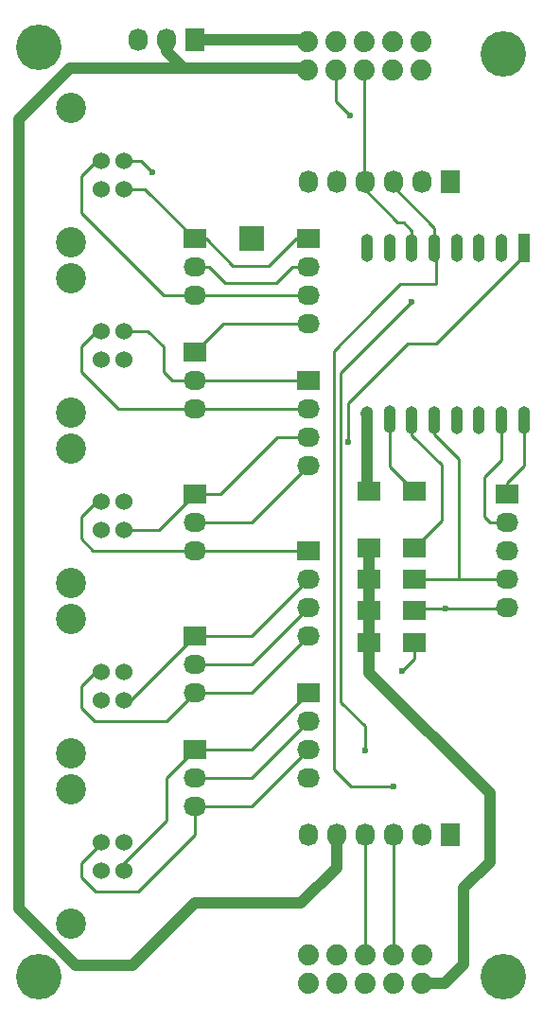
<source format=gtl>
%TF.GenerationSoftware,KiCad,Pcbnew,4.0.1-stable*%
%TF.CreationDate,2016-01-20T20:58:58+01:00*%
%TF.ProjectId,main_board,6D61696E5F626F6172642E6B69636164,rev?*%
%TF.FileFunction,Copper,L1,Top,Signal*%
%FSLAX46Y46*%
G04 Gerber Fmt 4.6, Leading zero omitted, Abs format (unit mm)*
G04 Created by KiCad (PCBNEW 4.0.1-stable) date Wed 20 Jan 2016 08:58:58 PM CET*
%MOMM*%
G01*
G04 APERTURE LIST*
%ADD10C,0.100000*%
%ADD11R,1.100000X2.500000*%
%ADD12O,1.100000X2.500000*%
%ADD13R,2.032000X1.727200*%
%ADD14O,2.032000X1.727200*%
%ADD15C,1.524000*%
%ADD16C,2.700020*%
%ADD17C,4.064000*%
%ADD18R,1.727200X2.032000*%
%ADD19O,1.727200X2.032000*%
%ADD20R,2.000000X1.700000*%
%ADD21C,1.879600*%
%ADD22R,2.235200X2.235200*%
%ADD23C,1.000000*%
%ADD24C,0.600000*%
%ADD25C,0.250000*%
%ADD26C,1.000000*%
G04 APERTURE END LIST*
D10*
D11*
X131064000Y-99884000D03*
D12*
X129064000Y-99884000D03*
X127064000Y-99884000D03*
X125064000Y-99884000D03*
X123064000Y-99884000D03*
X121064000Y-99884000D03*
X119064000Y-99884000D03*
X117064000Y-99884000D03*
X117064000Y-115284000D03*
X119064000Y-115184000D03*
X121064000Y-115284000D03*
X123064000Y-115284000D03*
X125064000Y-115284000D03*
X127064000Y-115284000D03*
X129064000Y-115284000D03*
X131064000Y-115284000D03*
D13*
X129540000Y-121920000D03*
D14*
X129540000Y-124460000D03*
X129540000Y-127000000D03*
X129540000Y-129540000D03*
X129540000Y-132080000D03*
D15*
X95250000Y-153035000D03*
X95250000Y-155575000D03*
X93251020Y-155575000D03*
X93251020Y-153035000D03*
D16*
X90551000Y-148305520D03*
X90551000Y-160304480D03*
D15*
X95250000Y-137795000D03*
X95250000Y-140335000D03*
X93251020Y-140335000D03*
X93251020Y-137795000D03*
D16*
X90551000Y-133065520D03*
X90551000Y-145064480D03*
D15*
X95250000Y-122555000D03*
X95250000Y-125095000D03*
X93251020Y-125095000D03*
X93251020Y-122555000D03*
D16*
X90551000Y-117825520D03*
X90551000Y-129824480D03*
D15*
X95250000Y-107315000D03*
X95250000Y-109855000D03*
X93251020Y-109855000D03*
X93251020Y-107315000D03*
D16*
X90551000Y-102585520D03*
X90551000Y-114584480D03*
D15*
X95250000Y-92075000D03*
X95250000Y-94615000D03*
X93251020Y-94615000D03*
X93251020Y-92075000D03*
D16*
X90551000Y-87345520D03*
X90551000Y-99344480D03*
D17*
X87630000Y-165100000D03*
X129222500Y-165100000D03*
X129222500Y-82550000D03*
D13*
X101600000Y-99060000D03*
D14*
X101600000Y-101600000D03*
X101600000Y-104140000D03*
D13*
X101600000Y-109220000D03*
D14*
X101600000Y-111760000D03*
X101600000Y-114300000D03*
D13*
X101600000Y-121920000D03*
D14*
X101600000Y-124460000D03*
X101600000Y-127000000D03*
D13*
X101600000Y-134620000D03*
D14*
X101600000Y-137160000D03*
X101600000Y-139700000D03*
D13*
X101600000Y-144780000D03*
D14*
X101600000Y-147320000D03*
X101600000Y-149860000D03*
D17*
X87630000Y-81915000D03*
D18*
X101600000Y-81280000D03*
D19*
X99060000Y-81280000D03*
X96520000Y-81280000D03*
D20*
X121253000Y-135191500D03*
X117253000Y-135191500D03*
X117253000Y-121666000D03*
X121253000Y-121666000D03*
X117253000Y-126746000D03*
X121253000Y-126746000D03*
X117253000Y-129540000D03*
X121253000Y-129540000D03*
X121253000Y-132334000D03*
X117253000Y-132334000D03*
D21*
X111696500Y-83947000D03*
X111696500Y-81407000D03*
X114236500Y-83947000D03*
X114236500Y-81407000D03*
X116776500Y-83947000D03*
X116776500Y-81407000D03*
X119316500Y-83947000D03*
X119316500Y-81407000D03*
X121856500Y-83947000D03*
X121856500Y-81407000D03*
D18*
X124460000Y-93980000D03*
D19*
X121920000Y-93980000D03*
X119380000Y-93980000D03*
X116840000Y-93980000D03*
X114300000Y-93980000D03*
X111760000Y-93980000D03*
D21*
X121920000Y-163131500D03*
X121920000Y-165671500D03*
X119380000Y-163131500D03*
X119380000Y-165671500D03*
X116840000Y-163131500D03*
X116840000Y-165671500D03*
X114300000Y-163131500D03*
X114300000Y-165671500D03*
X111760000Y-163131500D03*
X111760000Y-165671500D03*
D18*
X124460000Y-152400000D03*
D19*
X121920000Y-152400000D03*
X119380000Y-152400000D03*
X116840000Y-152400000D03*
X114300000Y-152400000D03*
X111760000Y-152400000D03*
D13*
X111760000Y-139700000D03*
D14*
X111760000Y-142240000D03*
X111760000Y-144780000D03*
X111760000Y-147320000D03*
D13*
X111760000Y-127000000D03*
D14*
X111760000Y-129540000D03*
X111760000Y-132080000D03*
X111760000Y-134620000D03*
D13*
X111760000Y-111760000D03*
D14*
X111760000Y-114300000D03*
X111760000Y-116840000D03*
X111760000Y-119380000D03*
D13*
X111760000Y-99060000D03*
D14*
X111760000Y-101600000D03*
X111760000Y-104140000D03*
X111760000Y-106680000D03*
D22*
X106680000Y-99060000D03*
D23*
X107188000Y-81280000D03*
D24*
X119380000Y-148082000D03*
X115506500Y-88074500D03*
X116840000Y-144843500D03*
X121031000Y-104711500D03*
X97853500Y-93154500D03*
X115316000Y-117284500D03*
X124079000Y-132143500D03*
X120142000Y-137731500D03*
D25*
X101600000Y-147320000D02*
X106680000Y-147320000D01*
X106680000Y-147320000D02*
X111760000Y-142240000D01*
X95250000Y-155575000D02*
X95250000Y-154940000D01*
X95250000Y-154940000D02*
X99060000Y-151130000D01*
X99060000Y-151130000D02*
X99060000Y-147320000D01*
X99060000Y-147320000D02*
X101600000Y-144780000D01*
X101600000Y-144780000D02*
X106680000Y-144780000D01*
X100965000Y-144780000D02*
X101600000Y-144780000D01*
X101600000Y-144780000D02*
X101600000Y-144780000D01*
X106680000Y-144780000D02*
X111760000Y-139700000D01*
D26*
X117064000Y-114584000D02*
X117064000Y-121477000D01*
X117064000Y-121477000D02*
X117253000Y-121666000D01*
X116935500Y-114712500D02*
X117064000Y-114584000D01*
D25*
X93251020Y-153035000D02*
X93251020Y-153128980D01*
X93251020Y-153128980D02*
X91440000Y-154940000D01*
X91440000Y-154940000D02*
X91440000Y-156210000D01*
X91440000Y-156210000D02*
X92710000Y-157480000D01*
X92710000Y-157480000D02*
X96520000Y-157480000D01*
X101600000Y-152400000D02*
X101600000Y-149860000D01*
X101600000Y-149860000D02*
X106680000Y-149860000D01*
X106680000Y-149860000D02*
X111760000Y-144780000D01*
X96520000Y-157480000D02*
X101600000Y-152400000D01*
D26*
X96012000Y-164084000D02*
X96075500Y-164084000D01*
X96075500Y-164084000D02*
X101663500Y-158496000D01*
X101663500Y-158496000D02*
X111125000Y-158496000D01*
X111125000Y-158496000D02*
X114300000Y-155321000D01*
X114300000Y-155321000D02*
X114300000Y-152400000D01*
X96012000Y-164084000D02*
X90932000Y-164084000D01*
X90932000Y-164084000D02*
X85852000Y-159004000D01*
X85852000Y-159004000D02*
X85852000Y-88392000D01*
X85852000Y-88392000D02*
X90424000Y-83820000D01*
X100584000Y-83820000D02*
X90424000Y-83820000D01*
X99060000Y-81280000D02*
X99060000Y-82296000D01*
X99060000Y-82296000D02*
X100584000Y-83820000D01*
X100584000Y-83820000D02*
X111760000Y-83820000D01*
X117253000Y-137541000D02*
X117253000Y-135191500D01*
X117253000Y-132334000D02*
X117253000Y-129540000D01*
X117253000Y-137890500D02*
X117253000Y-137541000D01*
X117253000Y-137541000D02*
X117253000Y-132334000D01*
X128016000Y-148653500D02*
X117253000Y-137890500D01*
X128016000Y-154813000D02*
X128016000Y-148653500D01*
X125666500Y-157162500D02*
X128016000Y-154813000D01*
X125666500Y-163957000D02*
X125666500Y-157162500D01*
X101600000Y-81280000D02*
X107188000Y-81280000D01*
X107188000Y-81280000D02*
X111760000Y-81280000D01*
X117253000Y-129540000D02*
X117253000Y-126746000D01*
X121920000Y-165671500D02*
X123952000Y-165671500D01*
X123952000Y-165671500D02*
X125666500Y-163957000D01*
D25*
X120015000Y-103124000D02*
X117919500Y-105219500D01*
X123190000Y-103124000D02*
X120015000Y-103124000D01*
X123190000Y-100710000D02*
X123190000Y-103124000D01*
X114046000Y-109093000D02*
X117919500Y-105219500D01*
X115570000Y-148082000D02*
X119380000Y-148082000D01*
X114046000Y-146558000D02*
X115570000Y-148082000D01*
X114046000Y-112268000D02*
X114046000Y-146558000D01*
X114046000Y-112268000D02*
X114046000Y-109093000D01*
X123190000Y-100710000D02*
X123064000Y-100584000D01*
X119380000Y-93980000D02*
X119380000Y-94424500D01*
X119380000Y-94424500D02*
X123064000Y-98108500D01*
X123064000Y-98108500D02*
X123064000Y-100584000D01*
X114236500Y-83947000D02*
X114236500Y-86804500D01*
X114236500Y-86804500D02*
X115506500Y-88074500D01*
X119380000Y-152400000D02*
X119380000Y-163131500D01*
X116840000Y-144843500D02*
X116840000Y-142684500D01*
X114681000Y-140525500D02*
X114681000Y-112966500D01*
X116840000Y-142684500D02*
X114681000Y-140525500D01*
X114681000Y-112966500D02*
X114681000Y-111061500D01*
X114681000Y-111061500D02*
X121031000Y-104711500D01*
X114681000Y-112903000D02*
X114681000Y-112966500D01*
X116776500Y-83947000D02*
X116776500Y-93916500D01*
X116776500Y-93916500D02*
X116840000Y-93980000D01*
X116840000Y-93980000D02*
X116840000Y-94678500D01*
X116840000Y-94678500D02*
X119761000Y-97599500D01*
X119761000Y-97599500D02*
X120332500Y-97599500D01*
X120332500Y-97599500D02*
X121064000Y-98331000D01*
X121064000Y-98331000D02*
X121064000Y-100584000D01*
X116840000Y-152400000D02*
X116840000Y-163131500D01*
X101600000Y-127000000D02*
X111760000Y-127000000D01*
X91440000Y-123952000D02*
X91440000Y-125920500D01*
X92837000Y-122555000D02*
X91440000Y-123952000D01*
X92519500Y-127000000D02*
X101600000Y-127000000D01*
X91440000Y-125920500D02*
X92519500Y-127000000D01*
X93251020Y-122555000D02*
X92837000Y-122555000D01*
X106680000Y-139700000D02*
X111760000Y-134620000D01*
X93251020Y-137795000D02*
X92710000Y-137795000D01*
X92710000Y-137795000D02*
X91440000Y-139065000D01*
X91440000Y-139065000D02*
X91440000Y-141033500D01*
X91440000Y-141033500D02*
X92646500Y-142240000D01*
X92646500Y-142240000D02*
X99060000Y-142240000D01*
X99060000Y-142240000D02*
X101600000Y-139700000D01*
X101600000Y-139700000D02*
X106680000Y-139700000D01*
X106680000Y-137160000D02*
X111760000Y-132080000D01*
X101600000Y-137160000D02*
X106680000Y-137160000D01*
X101600000Y-111760000D02*
X111760000Y-111760000D01*
X95250000Y-107315000D02*
X97409000Y-107315000D01*
X99568000Y-111760000D02*
X101600000Y-111760000D01*
X98806000Y-110998000D02*
X99568000Y-111760000D01*
X98806000Y-108712000D02*
X98806000Y-110998000D01*
X97409000Y-107315000D02*
X98806000Y-108712000D01*
X95250000Y-107315000D02*
X95631000Y-107315000D01*
X101600000Y-121920000D02*
X103886000Y-121920000D01*
X108966000Y-116840000D02*
X111760000Y-116840000D01*
X103886000Y-121920000D02*
X108966000Y-116840000D01*
X95250000Y-125095000D02*
X98425000Y-125095000D01*
X98425000Y-125095000D02*
X101600000Y-121920000D01*
X101600000Y-114300000D02*
X111760000Y-114300000D01*
X93251020Y-107315000D02*
X92837000Y-107315000D01*
X92837000Y-107315000D02*
X91440000Y-108712000D01*
X94742000Y-114300000D02*
X101600000Y-114300000D01*
X91440000Y-110998000D02*
X94742000Y-114300000D01*
X91440000Y-108712000D02*
X91440000Y-110998000D01*
X93251020Y-107315000D02*
X93251020Y-106773980D01*
X106680000Y-124460000D02*
X111760000Y-119380000D01*
X101600000Y-124460000D02*
X106680000Y-124460000D01*
X95250000Y-140335000D02*
X95885000Y-140335000D01*
X95885000Y-140335000D02*
X101600000Y-134620000D01*
X101600000Y-134620000D02*
X106680000Y-134620000D01*
X106680000Y-134620000D02*
X111760000Y-129540000D01*
X104140000Y-106680000D02*
X111760000Y-106680000D01*
X111125000Y-106680000D02*
X111760000Y-106680000D01*
X100965000Y-109855000D02*
X104140000Y-106680000D01*
X96774000Y-92075000D02*
X97853500Y-93154500D01*
X112395000Y-101282500D02*
X111823500Y-101282500D01*
X110363000Y-101600000D02*
X111760000Y-101600000D01*
X108902500Y-103060500D02*
X110363000Y-101600000D01*
X104330500Y-103060500D02*
X108902500Y-103060500D01*
X101600000Y-101600000D02*
X102870000Y-101600000D01*
X102870000Y-101600000D02*
X104330500Y-103060500D01*
X95250000Y-92075000D02*
X96774000Y-92075000D01*
X95250000Y-92075000D02*
X95885000Y-92075000D01*
X110680500Y-99060000D02*
X111760000Y-99060000D01*
X108267500Y-101473000D02*
X110680500Y-99060000D01*
X101600000Y-99060000D02*
X102616000Y-99060000D01*
X102616000Y-99060000D02*
X105029000Y-101473000D01*
X105029000Y-101473000D02*
X108267500Y-101473000D01*
X95250000Y-94615000D02*
X97155000Y-94615000D01*
X97155000Y-94615000D02*
X101600000Y-99060000D01*
X101600000Y-104140000D02*
X111760000Y-104140000D01*
X93251020Y-92075000D02*
X92837000Y-92075000D01*
X92837000Y-92075000D02*
X91440000Y-93472000D01*
X98806000Y-104140000D02*
X101600000Y-104140000D01*
X91440000Y-96774000D02*
X98806000Y-104140000D01*
X91440000Y-93472000D02*
X91440000Y-96774000D01*
X93251020Y-92075000D02*
X93251020Y-91533980D01*
X129540000Y-121920000D02*
X129540000Y-120904000D01*
X131064000Y-119380000D02*
X131064000Y-114584000D01*
X129540000Y-120904000D02*
X131064000Y-119380000D01*
X129540000Y-124460000D02*
X128016000Y-124460000D01*
X129064000Y-118840000D02*
X129064000Y-114584000D01*
X127508000Y-120396000D02*
X129064000Y-118840000D01*
X127508000Y-123952000D02*
X127508000Y-120396000D01*
X128016000Y-124460000D02*
X127508000Y-123952000D01*
X123064000Y-114584000D02*
X123064000Y-116587000D01*
X125222000Y-129476500D02*
X125158500Y-129540000D01*
X125222000Y-118745000D02*
X125222000Y-129476500D01*
X123064000Y-116587000D02*
X125222000Y-118745000D01*
X123126500Y-114646500D02*
X123064000Y-114584000D01*
X121253000Y-129540000D02*
X123126500Y-129540000D01*
X123126500Y-129540000D02*
X125158500Y-129540000D01*
X125158500Y-129540000D02*
X129540000Y-129540000D01*
X129540000Y-129540000D02*
X128524000Y-129540000D01*
X124079000Y-132143500D02*
X121443500Y-132143500D01*
X121443500Y-132143500D02*
X121253000Y-132334000D01*
X124079000Y-132143500D02*
X129476500Y-132143500D01*
X129476500Y-132143500D02*
X129540000Y-132080000D01*
X129540000Y-132080000D02*
X129540000Y-131572000D01*
X123190000Y-108458000D02*
X131064000Y-100584000D01*
X115316000Y-117094000D02*
X115316000Y-113792000D01*
X115316000Y-113792000D02*
X120650000Y-108458000D01*
X120650000Y-108458000D02*
X123190000Y-108458000D01*
X115316000Y-117348000D02*
X115316000Y-117284500D01*
X115316000Y-117284500D02*
X115316000Y-117094000D01*
X121253000Y-136620500D02*
X121253000Y-135191500D01*
X120142000Y-137731500D02*
X121253000Y-136620500D01*
X119064000Y-114584000D02*
X119064000Y-119477000D01*
X119064000Y-119477000D02*
X121253000Y-121666000D01*
X121064000Y-114584000D02*
X121064000Y-116619000D01*
X123698000Y-124301000D02*
X121253000Y-126746000D01*
X123698000Y-119253000D02*
X123698000Y-124301000D01*
X121064000Y-116619000D02*
X123698000Y-119253000D01*
M02*

</source>
